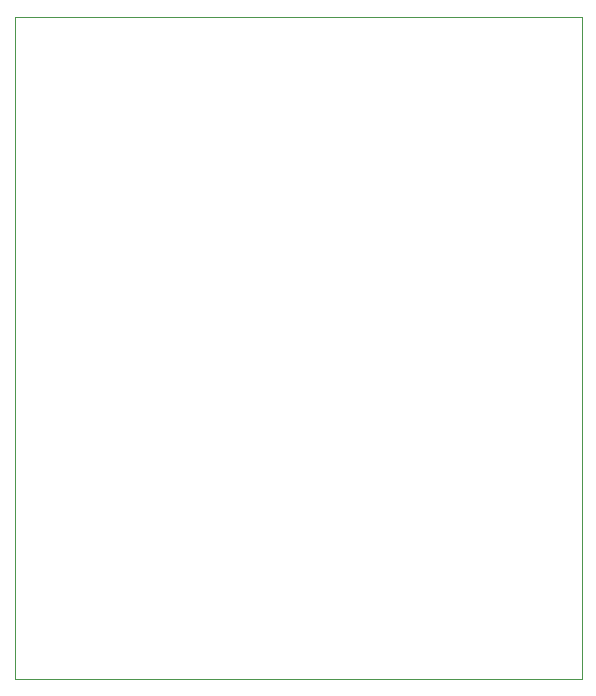
<source format=gbr>
%TF.GenerationSoftware,KiCad,Pcbnew,(6.0.0-0)*%
%TF.CreationDate,2022-12-18T13:40:03+01:00*%
%TF.ProjectId,ProtoBoardSE,50726f74-6f42-46f6-9172-6453452e6b69,rev?*%
%TF.SameCoordinates,Original*%
%TF.FileFunction,Profile,NP*%
%FSLAX46Y46*%
G04 Gerber Fmt 4.6, Leading zero omitted, Abs format (unit mm)*
G04 Created by KiCad (PCBNEW (6.0.0-0)) date 2022-12-18 13:40:03*
%MOMM*%
%LPD*%
G01*
G04 APERTURE LIST*
%TA.AperFunction,Profile*%
%ADD10C,0.100000*%
%TD*%
G04 APERTURE END LIST*
D10*
X208000000Y-30000000D02*
X160000000Y-30000000D01*
X160000000Y-30000000D02*
X160000000Y-86000000D01*
X160000000Y-86000000D02*
X208000000Y-86000000D01*
X208000000Y-86000000D02*
X208000000Y-30000000D01*
M02*

</source>
